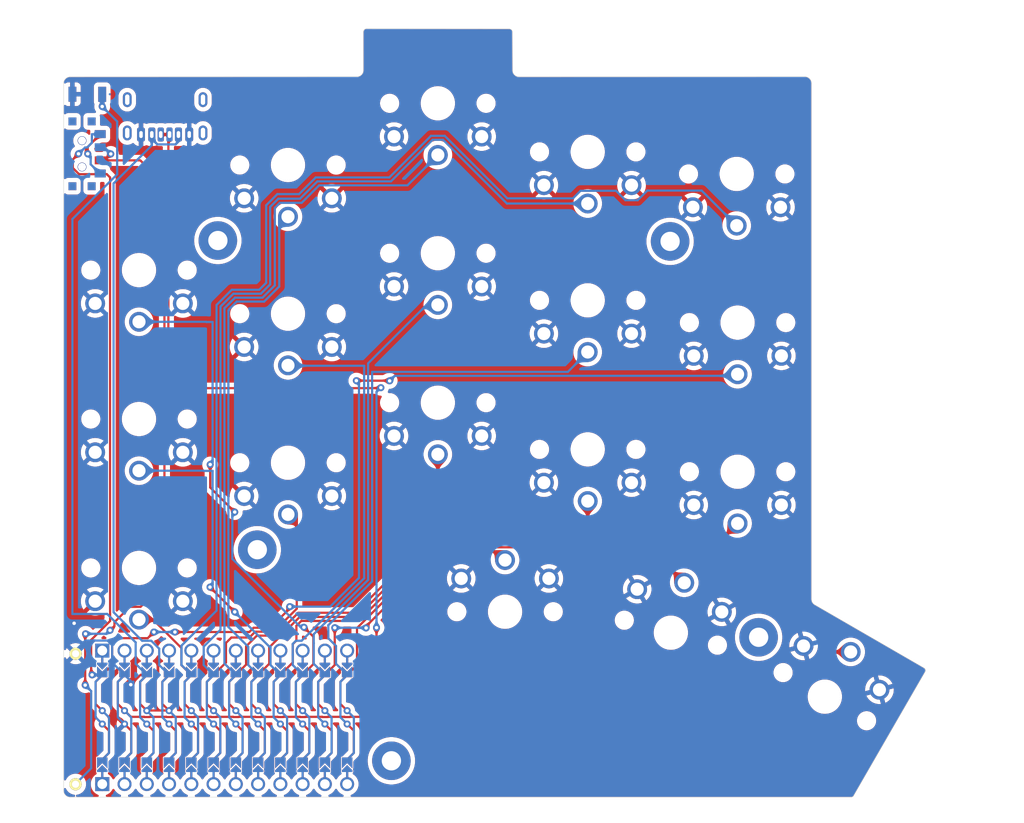
<source format=kicad_pcb>
(kicad_pcb (version 20241229) (generator "pcbnew") (generator_version "9.0")
  (title_block (title "K02") (date "2024-11-26") (rev "0.1") (comment 1 "Based on the Ferris Sweep 2 Half-Swept") (comment 2 "Redesigned by Lu Immich"))
  (layers (0 "F.Cu" signal) (2 "B.Cu" signal) (13 "F.Paste" user) (15 "B.Paste" user) (5 "F.SilkS" user "F.Silkscreen") (7 "B.SilkS" user "B.Silkscreen") (1 "F.Mask" user) (3 "B.Mask" user) (25 "Edge.Cuts" user))
  (net 0 "")
  (net 1 "gnd")
  (net 2 "vcc")
  (net 3 "Switch18")
  (net 4 "reset")
  (net 5 "Switch1")
  (net 6 "Switch2")
  (net 7 "Switch3")
  (net 8 "Switch4")
  (net 9 "Switch5")
  (net 10 "Switch6")
  (net 11 "Switch7")
  (net 12 "Switch8")
  (net 13 "Switch9")
  (net 14 "Switch10")
  (net 15 "Switch11")
  (net 16 "Switch12")
  (net 17 "Switch13")
  (net 18 "Switch14")
  (net 19 "Switch15")
  (net 20 "Switch16")
  (net 21 "Switch17")
  (net 22 "raw")
  (net 23 "BT+_r")
  (net 24 "Net-(SW_POWERR1-Pad1)")
  (footprint "Library:choc_v1_rev_inv_cfx" (layer "F.Cu") (at 31.1 46.08)
    (property "Reference" "SW1" (hide yes))
    (property "Value" "SW_Push" (hide yes))
  )
  (footprint "Library:choc_v1_rev_inv_cfx" (layer "F.Cu") (at 48.1 34.08)
    (property "Reference" "SW2" (hide yes))
    (property "Value" "SW_Push" (hide yes))
  )
  (footprint "Library:choc_v1_rev_inv_cfx" (layer "F.Cu") (at 65.2 27.034)
    (property "Reference" "SW3" (hide yes))
    (property "Value" "SW_Push" (hide yes))
  )
  (footprint "Library:choc_v1_rev_inv_cfx" (layer "F.Cu") (at 82.3 32.58)
    (property "Reference" "SW4" (hide yes))
    (property "Value" "SW_Push" (hide yes))
  )
  (footprint "Library:choc_v1_rev_inv_cfx" (layer "F.Cu") (at 99.3 35.1)
    (property "Reference" "SW5" (hide yes))
    (property "Value" "SW_Push" (hide yes))
  )
  (footprint "Library:choc_v1_rev_inv_cfx" (layer "F.Cu") (at 31.1 63.08)
    (property "Reference" "SW6" (hide yes))
    (property "Value" "SW_Push" (hide yes))
  )
  (footprint "Library:choc_v1_rev_inv_cfx" (layer "F.Cu") (at 48.1 51.054)
    (property "Reference" "SW7" (hide yes))
    (property "Value" "SW_Push" (hide yes))
  )
  (footprint "Library:choc_v1_rev_inv_cfx" (layer "F.Cu") (at 65.2 44.15)
    (property "Reference" "SW8" (hide yes))
    (property "Value" "SW_Push" (hide yes))
  )
  (footprint "Library:choc_v1_rev_inv_cfx" (layer "F.Cu") (at 82.3 49.53)
    (property "Reference" "SW9" (hide yes))
    (property "Value" "SW_Push" (hide yes))
  )
  (footprint "Library:choc_v1_rev_inv_cfx" (layer "F.Cu") (at 99.4 52.07)
    (property "Reference" "SW10" (hide yes))
    (property "Value" "SW_Push" (hide yes))
  )
  (footprint "Library:choc_v1_rev_inv_cfx" (layer "F.Cu") (at 31.1 80.08)
    (property "Reference" "SW11" (hide yes))
    (property "Value" "SW_Push" (hide yes))
  )
  (footprint "Library:choc_v1_rev_inv_cfx" (layer "F.Cu") (at 48.1 68.072)
    (property "Reference" "SW12" (hide yes))
    (property "Value" "SW_Push" (hide yes))
  )
  (footprint "Library:choc_v1_rev_inv_cfx" (layer "F.Cu") (at 65.2 61.214)
    (property "Reference" "SW13" (hide yes))
    (property "Value" "SW_Push" (hide yes))
  )
  (footprint "Library:choc_v1_rev_inv_cfx" (layer "F.Cu") (at 82.3 66.548)
    (property "Reference" "SW14" (hide yes))
    (property "Value" "SW_Push" (hide yes))
  )
  (footprint "Library:choc_v1_rev_inv_cfx" (layer "F.Cu") (at 99.4 69.1)
    (property "Reference" "SW15" (hide yes))
    (property "Value" "SW_Push" (hide yes))
  )
  (footprint "Library:choc_v1_rev_inv_cfx" (layer "F.Cu") (at 109.356 94.78 150)
    (property "Reference" "SW17" (hide yes))
    (property "Value" "SW_Push" (hide yes))
  )
  (footprint "Library:choc_v1_rev_inv_cfx" (layer "F.Cu") (at 91.787408 87.476495 165)
    (property "Reference" "SW16" (hide yes))
    (property "Value" "SW_Push" (hide yes))
  )
  (footprint "kbd:1pin_conn" (layer "F.Cu") (at 23.87 89.876 90)
    (property "Reference" "B-" (hide yes))
    (property "Value" "MountingHole_Pad" (hide yes))
  )
  (footprint "Kailh:SPDT_C128955" (layer "F.Cu") (at 24.6 32.800001 90)
    (property "Reference" "POWER SW" (hide yes))
    (property "Value" "SW_SPDT")
  )
  (footprint "Library:choc_v1_rev_inv_cfx" (layer "F.Cu") (at 72.868227 85.083859 180)
    (property "Reference" "SW18" (hide yes))
    (property "Value" "SW_Push" (hide yes))
  )
  (footprint "* duckyb-collection:Tactile-Switch_SMT" (layer "F.Cu") (at 25.2 26)
    (property "Reference" "RSW2" (hide yes))
    (property "Value" "SW_Push")
  )
  (footprint "" (layer "F.Cu") (at 91.7 42.8)
    (property "Reference" "")
    (property "Value" "")
  )
  (footprint "clipboard:4e9d550f-c2a6-4572-bdce-c4b7c3a3c082" (layer "F.Cu") (at 58.708 90.07 180)
    (property "Reference" "")
    (property "Value" "")
  )
  (footprint "* duckyb-collection:ProMicro_jumpers_facedown" (layer "F.Cu") (at 40.88 97.148)
    (property "Reference" "U1" (hide yes))
    (property "Value" "ProMicro-kbd" (hide yes))
  )
  (footprint "clipboard:4e9d550f-c2a6-4572-bdce-c4b7c3a3c082" (layer "F.Cu") (at 60.808 90.07 180)
    (property "Reference" "")
    (property "Value" "")
  )
  (footprint "" (layer "F.Cu") (at 59.9 102.1)
    (property "Reference" "")
    (property "Value" "")
  )
  (footprint "Connector_USB:USB_C_Receptacle_HRO_TYPE-C-31-M-17" (layer "F.Cu") (at 34.079998 27.419999 180)
    (property "Reference" "REF**" (hide yes))
    (property "Value" "USB_C_Receptacle_HRO_TYPE-C-31-M-17" (hide yes))
  )
  (footprint "" (layer "F.Cu") (at 44.6 78)
    (property "Reference" "")
    (property "Value" "")
  )
  (footprint "" (layer "F.Cu") (at 101.8 88)
    (property "Reference" "")
    (property "Value" "")
  )
  (footprint "kbd:1pin_conn" (layer "F.Cu") (at 23.86 104.776 90)
    (property "Reference" "B+" (hide yes))
    (property "Value" "MountingHole_Pad" (hide yes))
  )
  (footprint "" (layer "F.Cu") (at 40.1 42.7)
    (property "Reference" "")
    (property "Value" "")
  )
  (gr_line (start 55.957168 24.0003) (end 23.247512 24.014913) (stroke (width 0.05)) (layer "Edge.Cuts"))
  (gr_arc (start 112.640414 106.091976) (mid 112.53449 106.204571) (end 112.386581 106.24952) (stroke (width 0.05)) (layer "Edge.Cuts"))
  (gr_line (start 22.5 24.7649) (end 22.5 105.49952) (stroke (width 0.05)) (layer "Edge.Cuts"))
  (gr_line (start 57.062495 18.525413) (end 73.35 18.54) (stroke (width 0.05)) (layer "Edge.Cuts"))
  (gr_arc (start 73.35 18.54) (mid 73.602495 18.644587) (end 73.707082 18.897082) (stroke (width 0.05)) (layer "Edge.Cuts"))
  (gr_line (start 107.833732 24.7509) (end 107.833732 83.641679) (stroke (width 0.05)) (layer "Edge.Cuts"))
  (gr_line (start 112.386581 106.24952) (end 23.249997 106.24952) (stroke (width 0.05)) (layer "Edge.Cuts"))
  (gr_line (start 108.153724 84.257035) (end 120.657084 91.488522) (stroke (width 0.05)) (layer "Edge.Cuts"))
  (gr_arc (start 108.153723 84.257035) (mid 107.918731 83.988457) (end 107.834468 83.641679) (stroke (width 0.05)) (layer "Edge.Cuts"))
  (gr_arc (start 74.474002 24.011975) (mid 73.943672 23.792305) (end 73.724002 23.261975) (stroke (width 0.05)) (layer "Edge.Cuts"))
  (gr_arc (start 56.705413 18.882495) (mid 56.81 18.63) (end 57.062495 18.525413) (stroke (width 0.05)) (layer "Edge.Cuts"))
  (gr_arc (start 23.249997 106.24952) (mid 22.719667 106.02985) (end 22.499997 105.49952) (stroke (width 0.05)) (layer "Edge.Cuts"))
  (gr_arc (start 107.083732 24.000865) (mid 107.614062 24.220535) (end 107.833732 24.750865) (stroke (width 0.05)) (layer "Edge.Cuts"))
  (gr_line (start 56.707168 23.2503) (end 56.705413 18.882495) (stroke (width 0.05)) (layer "Edge.Cuts"))
  (gr_arc (start 56.707168 23.2503) (mid 56.487498 23.78063) (end 55.957168 24.0003) (stroke (width 0.05)) (layer "Edge.Cuts"))
  (gr_line (start 120.819034 91.906053) (end 112.640413 106.091976) (stroke (width 0.05)) (layer "Edge.Cuts"))
  (gr_line (start 107.0837 24.000865) (end 74.474002 24.011974) (stroke (width 0.05)) (layer "Edge.Cuts"))
  (gr_arc (start 22.497512 24.764863) (mid 22.717182 24.234533) (end 23.247512 24.014863) (stroke (width 0.05)) (layer "Edge.Cuts"))
  (gr_line (start 73.724002 23.261975) (end 73.707082 18.893515) (stroke (width 0.05)) (layer "Edge.Cuts"))
  (gr_arc (start 120.66 91.49) (mid 120.819196 91.667569) (end 120.819067 91.906053) (stroke (width 0.05)) (layer "Edge.Cuts"))
  (segment (start 34.53 96.356) (end 31.99 96.356) (width 0.25) (layer "F.Cu") (net 1))
  (segment (start 31.2788 92.292) (end 30.1612 93.4096) (width 0.25) (layer "F.Cu") (net 1))
  (segment (start 31.99 92.292) (end 31.2788 92.292) (width 0.25) (layer "F.Cu") (net 1))
  (via (at 30.1612 93.4096) (size 0.8) (drill 0.4) (layers "F.Cu" "B.Cu") (net 1))
  (via (at 23.7 86.4) (size 0.8) (drill 0.4) (layers "F.Cu" "B.Cu") (net 1))
  (segment (start 28.034511 90.876511) (end 28.034511 88.907711) (width 0.25) (layer "B.Cu") (net 1))
  (segment (start 30.1612 93.0032) (end 29.45 92.292) (width 0.25) (layer "B.Cu") (net 1))
  (segment (start 27.500289 88.373489) (end 24.986511 88.373489) (width 0.25) (layer "B.Cu") (net 1))
  (segment (start 28.034511 88.907711) (end 27.500289 88.373489) (width 0.25) (layer "B.Cu") (net 1))
  (segment (start 29.45 92.292) (end 28.034511 90.876511) (width 0.25) (layer "B.Cu") (net 1))
  (segment (start 30.1612 93.4096) (end 30.1612 93.0032) (width 0.25) (layer "B.Cu") (net 1))
  (segment (start 24.986511 88.373489) (end 23.862 89.498) (width 0.25) (layer "B.Cu") (net 1))
  (segment (start 32.559998 31.093369) (end 32.559998 30.6) (width 0.25) (layer "F.Cu") (net 2))
  (segment (start 35.6 30.6) (end 35.6 31.093369) (width 0.25) (layer "F.Cu") (net 2))
  (segment (start 35.274 31.726) (end 33.192629 31.726) (width 0.25) (layer "B.Cu") (net 2))
  (segment (start 32.559998 31.829813) (end 32.559998 30.6) (width 0.25) (layer "B.Cu") (net 2))
  (segment (start 33.405489 91.167489) (end 34.53 92.292) (width 0.25) (layer "B.Cu") (net 2))
  (segment (start 33.405489 89.3) (end 32.499489 88.394) (width 0.25) (layer "B.Cu") (net 2))
  (segment (start 33.192629 31.726) (end 32.559998 31.093369) (width 0.25) (layer "B.Cu") (net 2))
  (segment (start 35.6 30.6) (end 35.6 31.4) (width 0.25) (layer "B.Cu") (net 2))
  (segment (start 33.405489 89.3) (end 33.405489 91.167489) (width 0.25) (layer "B.Cu") (net 2))
  (segment (start 28.199 36.190811) (end 32.559998 31.829813) (width 0.25) (layer "B.Cu") (net 2))
  (segment (start 32.559998 31.093369) (end 32.559998 30.6) (width 0.25) (layer "B.Cu") (net 2))
  (segment (start 28.199 85.13951) (end 28.199 36.190811) (width 0.25) (layer "B.Cu") (net 2))
  (segment (start 32.499489 88.394) (end 31.45349 88.394) (width 0.25) (layer "B.Cu") (net 2))
  (segment (start 31.45349 88.394) (end 28.199 85.13951) (width 0.25) (layer "B.Cu") (net 2))
  (segment (start 35.6 31.4) (end 35.274 31.726) (width 0.25) (layer "B.Cu") (net 2))
  (segment (start 66.212141 78.177859) (end 60.3 84.09) (width 0.25) (layer "F.Cu") (net 3))
  (segment (start 55.174209 97.080511) (end 55.15072 97.104) (width 0.25) (layer "F.Cu") (net 3))
  (segment (start 36.76928 97.104) (end 36.745791 97.080511) (width 0.25) (layer "F.Cu") (net 3))
  (segment (start 42.45072 97.104) (end 41.84928 97.104) (width 0.25) (layer "F.Cu") (net 3))
  (segment (start 52.634209 97.080511) (end 52.61072 97.104) (width 0.25) (layer "F.Cu") (net 3))
  (segment (start 34.452 30.727999) (end 34.58 30.599999) (width 0.25) (layer "F.Cu") (net 3))
  (segment (start 52.00928 97.104) (end 51.985791 97.080511) (width 0.25) (layer "F.Cu") (net 3))
  (segment (start 46.905791 97.080511) (end 45.014209 97.080511) (width 0.25) (layer "F.Cu") (net 3))
  (segment (start 58.644 59.556) (end 34.456 59.556) (width 0.25) (layer "F.Cu") (net 3))
  (segment (start 44.38928 97.104) (end 44.365791 97.080511) (width 0.25) (layer "F.Cu") (net 3))
  (segment (start 31.68928 97.104) (end 31.665791 97.080511) (width 0.25) (layer "F.Cu") (net 3))
  (segment (start 37.37072 97.104) (end 36.76928 97.104) (width 0.25) (layer "F.Cu") (net 3))
  (segment (start 34.854209 97.080511) (end 34.83072 97.104) (width 0.25) (layer "F.Cu") (net 3))
  (segment (start 34.205791 97.080511) (end 32.314209 97.080511) (width 0.25) (layer "F.Cu") (net 3))
  (segment (start 49.445791 97.080511) (end 47.554209 97.080511) (width 0.25) (layer "F.Cu") (net 3))
  (segment (start 55.15072 97.104) (end 54.54928 97.104) (width 0.25) (layer "F.Cu") (net 3))
  (segment (start 58.7 59.5) (end 58.644 59.556) (width 0.25) (layer "F.Cu") (net 3))
  (segment (start 45.014209 97.080511) (end 44.99072 97.104) (width 0.25) (layer "F.Cu") (net 3))
  (segment (start 41.825791 97.080511) (end 39.934209 97.080511) (width 0.25) (layer "F.Cu") (net 3))
  (segment (start 37.394209 97.080511) (end 37.37072 97.104) (width 0.25) (layer "F.Cu") (net 3))
  (segment (start 59.2 90.816) (end 59.2 96.374) (width 0.25) (layer "F.Cu") (net 3))
  (segment (start 34.83072 97.104) (end 34.22928 97.104) (width 0.25) (layer "F.Cu") (net 3))
  (segment (start 30.174511 97.080511) (end 29.45 96.356) (width 0.25) (layer "F.Cu") (net 3))
  (segment (start 34.456 59.556) (end 34.452 59.552) (width 0.25) (layer "F.Cu") (net 3))
  (segment (start 60.3 84.09) (end 60.3 88.8) (width 0.25) (layer "F.Cu") (net 3))
  (segment (start 58.2 89.816) (end 59.2 90.816) (width 0.25) (layer "F.Cu") (net 3))
  (segment (start 36.745791 97.080511) (end 34.854209 97.080511) (width 0.25) (layer "F.Cu") (net 3))
  (segment (start 56.958 97.074) (end 56.951489 97.080511) (width 0.25) (layer "F.Cu") (net 3))
  (segment (start 31.665791 97.080511) (end 30.174511 97.080511) (width 0.25) (layer "F.Cu") (net 3))
  (segment (start 34.22928 97.104) (end 34.205791 97.080511) (width 0.25) (layer "F.Cu") (net 3))
  (segment (start 71.862227 78.177859) (end 66.212141 78.177859) (width 0.25) (layer "F.Cu") (net 3))
  (segment (start 60.3 89.816) (end 59.3 90.816) (width 0.25) (layer "F.Cu") (net 3))
  (segment (start 54.525791 97.080511) (end 52.634209 97.080511) (width 0.25) (layer "F.Cu") (net 3))
  (segment (start 58.2 86.9) (end 58.2 88.8) (width 0.25) (layer "F.Cu") (net 3))
  (segment (start 52.61072 97.104) (end 52.00928 97.104) (width 0.25) (layer "F.Cu") (net 3))
  (segment (start 49.46928 97.104) (end 49.445791 97.080511) (width 0.25) (layer "F.Cu") (net 3))
  (segment (start 58.5 97.074) (end 56.958 97.074) (width 0.25) (layer "F.Cu") (net 3))
  (segment (start 44.99072 97.104) (end 44.38928 97.104) (width 0.25) (layer "F.Cu") (net 3))
  (segment (start 59.3 90.816) (end 59.2 90.816) (width 0.25) (layer "F.Cu") (net 3))
  (segment (start 34.58 30.599999) (end 33.579999 30.6) (width 0.25) (layer "F.Cu") (net 3))
  (segment (start 46.92928 97.104) (end 46.905791 97.080511) (width 0.25) (layer "F.Cu") (net 3))
  (segment (start 47.554209 97.080511) (end 47.53072 97.104) (width 0.25) (layer "F.Cu") (net 3))
  (segment (start 41.84928 97.104) (end 41.825791 97.080511) (width 0.25) (layer "F.Cu") (net 3))
  (segment (start 42.474209 97.080511) (end 42.45072 97.104) (width 0.25) (layer "F.Cu") (net 3))
  (segment (start 56.951489 97.080511) (end 55.174209 97.080511) (width 0.25) (layer "F.Cu") (net 3))
  (segment (start 39.30928 97.104) (end 39.285791 97.080511) (width 0.25) (layer "F.Cu") (net 3))
  (segment (start 50.094209 97.080511) (end 50.07072 97.104) (width 0.25) (layer "F.Cu") (net 3))
  (segment (start 39.91072 97.104) (end 39.30928 97.104) (width 0.25) (layer "F.Cu") (net 3))
  (segment (start 32.314209 97.080511) (end 32.29072 97.104) (width 0.25) (layer "F.Cu") (net 3))
  (segment (start 39.285791 97.080511) (end 37.394209 97.080511) (width 0.25) (layer "F.Cu") (net 3))
  (segment (start 54.54928 97.104) (end 54.525791 97.080511) (width 0.25) (layer "F.Cu") (net 3))
  (segment (start 47.53072 97.104) (end 46.92928 97.104) (width 0.25) (layer "F.Cu") (net 3))
  (segment (start 32.29072 97.104) (end 31.68928 97.104) (width 0.25) (layer "F.Cu") (net 3))
  (segment (start 50.07072 97.104) (end 49.46928 97.104) (width 0.25) (layer "F.Cu") (net 3))
  (segment (start 39.934209 97.080511) (end 39.91072 97.104) (width 0.25) (layer "F.Cu") (net 3))
  (segment (start 44.365791 97.080511) (end 42.474209 97.080511) (width 0.25) (layer "F.Cu") (net 3))
  (segment (start 51.985791 97.080511) (end 50.094209 97.080511) (width 0.25) (layer "F.Cu") (net 3))
  (segment (start 59.2 96.374) (end 58.5 97.074) (width 0.25) (layer "F.Cu") (net 3))
  (segment (start 72.868227 79.183859) (end 71.862227 78.177859) (width 0.25) (layer "F.Cu") (net 3))
  (segment (start 34.452 59.552) (end 34.452 30.727999) (width 0.25) (layer "F.Cu") (net 3))
  (via (at 58.2 86.9) (size 0.8) (drill 0.4) (layers "F.Cu" "B.Cu") (net 3))
  (via (at 58.7 59.5) (size 0.8) (drill 0.4) (layers "F.Cu" "B.Cu") (net 3))
  (segment (start 58.2 60) (end 58.7 59.5) (width 0.25) (layer "B.Cu") (net 3))
  (segment (start 58.2 86.9) (end 58.2 60) (width 0.25) (layer "B.Cu") (net 3))
  (segment (start 26.9 27.4) (end 26.9 25.999999) (width 0.25) (layer "F.Cu") (net 4))
  (via (at 26.9 27.4) (size 0.8) (drill 0.4) (layers "F.Cu" "B.Cu") (net 4))
  (segment (start 23.5 85.337) (end 27.4734 85.337) (width 0.25) (layer "B.Cu") (net 4))
  (segment (start 27.4734 85.337) (end 30.72 88.5836) (width 0.25) (layer "B.Cu") (net 4))
  (segment (start 28.607857 35.144144) (end 23.5 40.252001) (width 0.25) (layer "B.Cu") (net 4))
  (segment (start 23.5 40.252001) (end 23.5 85.337) (width 0.25) (layer "B.Cu") (net 4))
  (segment (start 30.72 88.5836) (end 30.72 91.022) (width 0.25) (layer "B.Cu") (net 4))
  (segment (start 28.607857 29.107857) (end 28.607857 35.144144) (width 0.25) (layer "B.Cu") (net 4))
  (segment (start 26.9 27.4) (end 26.9 26) (width 0.25) (layer "B.Cu") (net 4))
  (segment (start 26.9 27.4) (end 28.607857 29.107857) (width 0.25) (layer "B.Cu") (net 4))
  (segment (start 27.771753 26) (end 27.771752 25.999999) (width 0.25) (layer "B.Cu") (net 4))
  (segment (start 30.72 91.022) (end 31.99 92.292) (width 0.25) (layer "B.Cu") (net 4))
  (segment (start 50.9892 91.0728) (end 49.77 92.292) (width 0.25) (layer "F.Cu") (net 5))
  (segment (start 39.222 70.897) (end 39.222 68.275) (width 0.25) (layer "F.Cu") (net 5))
  (segment (start 42.025 73.7) (end 39.222 70.897) (width 0.25) (layer "F.Cu") (net 5))
  (segment (start 50.9892 87.9232) (end 50.9892 91.0728) (width 0.25) (layer "F.Cu") (net 5))
  (segment (start 49.9224 86.8564) (end 50.9892 87.9232) (width 0.25) (layer "F.Cu") (net 5))
  (via (at 39.222 68.275) (size 0.8) (drill 0.4) (layers "F.Cu" "B.Cu") (net 5))
  (via (at 49.9224 86.8564) (size 0.8) (drill 0.4) (layers "F.Cu" "B.Cu") (net 5))
  (via (at 42.025 73.7) (size 0.8) (drill 0.4) (layers "F.Cu" "B.Cu") (net 5))
  (segment (start 38.8 52) (end 38.78 51.98) (width 0.25) (layer "B.Cu") (net 5))
  (segment (start 38.78 51.98) (end 31.1 51.98) (width 0.25) (layer "B.Cu") (net 5))
  (segment (start 39.496 52) (end 38.8 52) (width 0.25) (layer "B.Cu") (net 5))
  (segment (start 39.222 68.275) (end 39.496 68.001) (width 0.25) (layer "B.Cu") (net 5))
  (segment (start 39.496 68.001) (end 39.496 52) (width 0.25) (layer "B.Cu") (net 5))
  (segment (start 41.751 79.051) (end 49.5564 86.8564) (width 0.25) (layer "B.Cu") (net 5))
  (segment (start 42.025 73.7) (end 41.751 73.974) (width 0.25) (layer "B.Cu") (net 5))
  (segment (start 41.751 73.974) (end 41.751 79.051) (width 0.25) (layer "B.Cu") (net 5))
  (segment (start 49.5564 86.8564) (end 49.9224 86.8564) (width 0.25) (layer "B.Cu") (net 5))
  (segment (start 41.3 50.7) (end 41.3 86.8192) (width 0.25) (layer "B.Cu") (net 6))
  (segment (start 41.3731 50.6269) (end 41.3 50.7) (width 0.25) (layer "B.Cu") (net 6))
  (segment (start 41.3 86.8192) (end 43.564 89.0832) (width 0.25) (layer "B.Cu") (net 6))
  (segment (start 48.1 39.98) (end 47.1 40.98) (width 0.25) (layer "B.Cu") (net 6))
  (segment (start 41.3731 50.545801) (end 41.3731 50.6269) (width 0.25) (layer "B.Cu") (net 6))
  (segment (start 42.243217 49.675683) (end 41.3731 50.545801) (width 0.25) (layer "B.Cu") (net 6))
  (segment (start 47.1 47.951366) (end 45.375683 49.675683) (width 0.25) (layer "B.Cu") (net 6))
  (segment (start 45.375683 49.675683) (end 42.243217 49.675683) (width 0.25) (layer "B.Cu") (net 6))
  (segment (start 43.565489 89.987894) (end 43.565489 91.167489) (width 0.25) (layer "B.Cu") (net 6))
  (segment (start 43.564 89.0832) (end 43.564 89.986405) (width 0.25) (layer "B.Cu") (net 6))
  (segment (start 47.1 40.98) (end 47.1 47.951366) (width 0.25) (layer "B.Cu") (net 6))
  (segment (start 43.564 89.986405) (end 43.565489 89.987894) (width 0.25) (layer "B.Cu") (net 6))
  (segment (start 43.565489 91.167489) (end 44.69 92.292) (width 0.25) (layer "B.Cu") (net 6))
  (segment (start 47.16219 38.4) (end 49.659745 38.4) (width 0.25) (layer "B.Cu") (net 7))
  (segment (start 40.849 90.991) (end 40.849 50.43209) (width 0.25) (layer "B.Cu") (net 7))
  (segment (start 42.15 92.292) (end 40.849 90.991) (width 0.25) (layer "B.Cu") (net 7))
  (segment (start 46.6 38.96219) (end 47.16219 38.4) (width 0.25) (layer "B.Cu") (net 7))
  (segment (start 51.659745 36.4) (end 61.734 36.4) (width 0.25) (layer "B.Cu") (net 7))
  (segment (start 49.659745 38.4) (end 51.659745 36.4) (width 0.25) (layer "B.Cu") (net 7))
  (segment (start 61.734 36.4) (end 65.2 32.934) (width 0.25) (layer "B.Cu") (net 7))
  (segment (start 45.188873 49.224683) (end 46.6 47.813556) (width 0.25) (layer "B.Cu") (net 7))
  (segment (start 46.6 47.813556) (end 46.6 38.96219) (width 0.25) (layer "B.Cu") (net 7))
  (segment (start 42.056407 49.224683) (end 45.188873 49.224683) (width 0.25) (layer "B.Cu") (net 7))
  (segment (start 40.849 50.43209) (end 42.056407 49.224683) (width 0.25) (layer "B.Cu") (net 7))
  (segment (start 65.8 31.2) (end 73.08 38.48) (width 0.25) (layer "B.Cu") (net 8))
  (segment (start 38.484 89.986405) (end 38.484 89.053595) (width 0.25) (layer "B.Cu") (net 8))
  (segment (start 40.398 87.139595) (end 40.398 50.24528) (width 0.25) (layer "B.Cu") (net 8))
  (segment (start 39.61 92.292) (end 38.485489 91.167489) (width 0.25) (layer "B.Cu") (net 8))
  (segment (start 38.485489 89.987894) (end 38.484 89.986405) (width 0.25) (layer "B.Cu") (net 8))
  (segment (start 46.997315 37.927065) (end 49.472935 37.927065) (width 0.25) (layer "B.Cu") (net 8))
  (segment (start 73.08 38.48) (end 82.3 38.48) (width 0.25) (layer "B.Cu") (net 8))
  (segment (start 45.002063 48.773683) (end 46.06219 47.713556) (width 0.25) (layer "B.Cu") (net 8))
  (segment (start 51.451 35.949) (end 59.851 35.949) (width 0.25) (layer "B.Cu") (net 8))
  (segment (start 46.06219 47.713556) (end 46.06219 38.86219) (width 0.25) (layer "B.Cu") (net 8))
  (segment (start 59.851 35.949) (end 64.6 31.2) (width 0.25) (layer "B.Cu") (net 8))
  (segment (start 49.472935 37.927065) (end 51.451 35.949) (width 0.25) (layer "B.Cu") (net 8))
  (segment (start 40.398 50.24528) (end 41.869597 48.773683) (width 0.25) (layer "B.Cu") (net 8))
  (segment (start 46.06219 38.86219) (end 46.997315 37.927065) (width 0.25) (layer "B.Cu") (net 8))
  (segment (start 64.6 31.2) (end 65.8 31.2) (width 0.25) (layer "B.Cu") (net 8))
  (segment (start 38.485489 91.167489) (end 38.485489 89.987894) (width 0.25) (layer "B.Cu") (net 8))
  (segment (start 41.869597 48.773683) (end 45.002063 48.773683) (width 0.25) (layer "B.Cu") (net 8))
  (segment (start 38.484 89.053595) (end 40.398 87.139595) (width 0.25) (layer "B.Cu") (net 8))
  (segment (start 45.61119 38.67538) (end 45.61119 47.526746) (width 0.25) (layer "B.Cu") (net 9))
  (segment (start 39.947 84.953) (end 35.945489 88.954511) (width 0.25) (layer "B.Cu") (net 9))
  (segment (start 65.98681 30.749) (end 64.41319 30.749) (width 0.25) (layer "B.Cu") (net 9))
  (segment (start 95.3 37) (end 89.1 37) (width 0.25) (layer "B.Cu") (net 9))
  (segment (start 35.945489 89.032211) (end 35.945489 91.167489) (width 0.25) (layer "B.Cu") (net 9))
  (segment (start 35.945489 91.167489) (end 37.07 92.292) (width 0.25) (layer "B.Cu") (net 9))
  (segment (start 88 38.1) (end 86.6 38.1) (width 0.25) (layer "B.Cu") (net 9))
  (segment (start 44.815253 48.322683) (end 41.682787 48.322683) (width 0.25) (layer "B.Cu") (net 9))
  (segment (start 80.618905 37.881095) (end 73.118905 37.881095) (width 0.25) (layer "B.Cu") (net 9))
  (segment (start 99.3 41) (end 95.3 37) (width 0.25) (layer "B.Cu") (net 9))
  (segment (start 41.682787 48.322683) (end 39.947 50.05847) (width 0.25) (layer "B.Cu") (net 9))
  (segment (start 89.1 37) (end 88 38.1) (width 0.25) (layer "B.Cu") (net 9))
  (segment (start 64.41319 30.749) (end 59.66419 35.498) (width 0.25) (layer "B.Cu") (net 9))
  (segment (start 39.947 50.05847) (end 39.947 84.953) (width 0.25) (layer "B.Cu") (net 9))
  (segment (start 85.523 37.023) (end 81.477 37.023) (width 0.25) (layer "B.Cu") (net 9))
  (segment (start 73.118905 37.881095) (end 65.98681 30.749) (width 0.25) (layer "B.Cu") (net 9))
  (segment (start 45.61119 47.526746) (end 44.815253 48.322683) (width 0.25) (layer "B.Cu") (net 9))
  (segment (start 35.9524 89.0253) (end 35.945489 89.032211) (width 0.25) (layer "B.Cu") (net 9))
  (segment (start 49.36219 37.4) (end 46.88657 37.4) (width 0.25) (layer "B.Cu") (net 9))
  (segment (start 35.945489 88.954511) (end 35.945489 91.167489) (width 0.25) (layer "B.Cu") (net 9))
  (segment (start 46.88657 37.4) (end 45.61119 38.67538) (width 0.25) (layer "B.Cu") (net 9))
  (segment (start 51.26419 35.498) (end 49.36219 37.4) (width 0.25) (layer "B.Cu") (net 9))
  (segment (start 86.6 38.1) (end 85.523 37.023) (width 0.25) (layer "B.Cu") (net 9))
  (segment (start 81.477 37.023) (end 80.618905 37.881095) (width 0.25) (layer "B.Cu") (net 9))
  (segment (start 59.66419 35.498) (end 51.26419 35.498) (width 0.25) (layer "B.Cu") (net 9))
  (segment (start 42.025 85.1) (end 39.2 82.275) (width 0.25) (layer "F.Cu") (net 10))
  (via (at 39.2 82.275) (size 0.8) (drill 0.4) (layers "F.Cu" "B.Cu") (net 10))
  (via (at 42.025 85.1) (size 0.8) (drill 0.4) (layers "F.Cu" "B.Cu") (net 10))
  (segment (start 46.105489 89.032211) (end 46.105489 89.2) (width 0.25) (layer "B.Cu") (net 10))
  (segment (start 43.852745 86.947255) (end 46.105489 89.2) (width 0.25) (layer "B.Cu") (net 10))
  (segment (start 42.00549 85.1) (end 42 85.1) (width 0.25) (layer "B.Cu") (net 10))
  (segment (start 38.48 68.98) (end 31.1 68.98) (width 0.25) (layer "B.Cu") (net 10))
  (segment (start 38.5 69) (end 38.48 68.98) (width 0.25) (layer "B.Cu") (net 10))
  (segment (start 46.105489 89.2) (end 46.105489 91.167489) (width 0.25) (layer "B.Cu") (net 10))
  (segment (start 43.852745 86.947255) (end 42.00549 85.1) (width 0.25) (layer "B.Cu") (net 10))
  (segment (start 39.2 82.275) (end 39.496 81.979) (width 0.25) (layer "B.Cu") (net 10))
  (segment (start 39.496 81.979) (end 39.496 69) (width 0.25) (layer "B.Cu") (net 10))
  (segment (start 46.105489 91.167489) (end 47.23 92.292) (width 0.25) (layer "B.Cu") (net 10))
  (segment (start 39.496 69) (end 38.5 69) (width 0.25) (layer "B.Cu") (net 10))
  (segment (start 56.791735 81.255925) (end 56.791735 57) (width 0.25) (layer "B.Cu") (net 11))
  (segment (start 48.645489 89.987894) (end 48.644 89.986405) (width 0.25) (layer "B.Cu") (net 11))
  (segment (start 49.006 88.394) (end 49.65366 88.394) (width 0.25) (layer "B.Cu") (net 11))
  (segment (start 49.65366 88.394) (end 56.791735 81.255925) (width 0.25) (layer "B.Cu") (net 11))
  (segment (start 48.644 88.756) (end 49.006 88.394) (width 0.25) (layer "B.Cu") (net 11))
  (segment (start 48.644 89.986405) (end 48.644 88.756) (width 0.25) (layer "B.Cu") (net 11))
  (segment (start 56.791735 57) (end 48.146 57) (width 0.25) (layer "B.Cu") (net 11))
  (segment (start 48.146 57) (end 48.1 56.954) (width 0.25) (layer "B.Cu") (net 11))
  (segment (start 49.77 92.292) (end 48.645489 91.167489) (width 0.25) (layer "B.Cu") (net 11))
  (segment (start 48.645489 91.167489) (end 48.645489 89.987894) (width 0.25) (layer "B.Cu") (net 11))
  (segment (start 51.04 87.64547) (end 57.242735 81.442735) (width 0.25) (layer "B.Cu") (net 12))
  (segment (start 57.242735 81.442735) (end 57.242735 56.721753) (width 0.25) (layer "B.Cu") (net 12))
  (segment (start 51.04 91.022) (end 52.31 92.292) (width 0.25) (layer "B.Cu") (net 12))
  (segment (start 63.914488 50.05) (end 65.2 50.05) (width 0.25) (layer "B.Cu") (net 12))
  (segment (start 57.242735 56.721753) (end 63.914488 50.05) (width 0.25) (layer "B.Cu") (net 12))
  (segment (start 51.04 88.6852) (end 51.04 91.022) (width 0.25) (layer "B.Cu") (net 12))
  (segment (start 51.04 88.6852) (end 51.04 87.64547) (width 0.25) (layer "B.Cu") (net 12))
  (segment (start 52.7 88.11) (end 52.7 86.62328) (width 0.25) (layer "B.Cu") (net 13))
  (segment (start 54.85 92.292) (end 53.58 91.022) (width 0.25) (layer "B.Cu") (net 13))
  (segment (start 52.7 86.62328) (end 57.7 81.62328) (width 0.25) (layer "B.Cu") (net 13))
  (segment (start 53.58 88.99) (end 52.7 88.11) (width 0.25) (layer "B.Cu") (net 13))
  (segment (start 57.7 57.7) (end 80.03 57.7) (width 0.25) (layer "B.Cu") (net 13))
  (segment (start 57.7 81.62328) (end 57.7 57.7) (width 0.25) (layer "B.Cu") (net 13))
  (segment (start 80.03 57.7) (end 82.3 55.43) (width 0.25) (layer "B.Cu") (net 13))
  (segment (start 53.58 91.022) (end 53.58 88.99) (width 0.25) (layer "B.Cu") (net 13))
  (segment (start 28.034511 91.167489) (end 26.91 92.292) (width 0.25) (layer "F.Cu") (net 14))
  (segment (start 28.7 88.1) (end 32.1 88.1) (width 0.25) (layer "F.Cu") (net 14))
  (segment (start 55.9 58.7) (end 59.7 58.7) (width 0.25) (layer "F.Cu") (net 14))
  (segment (start 28.034511 88.765489) (end 28.034511 91.167489) (width 0.25) (layer "F.Cu") (net 14))
  (segment (start 32.1 88.1) (end 32.8 87.4) (width 0.25) (layer "F.Cu") (net 14))
  (segment (start 28.7 88.1) (end 28.034511 88.765489) (width 0.25) (layer "F.Cu") (net 14))
  (segment (start 48.3 84.7) (end 46.09112 86.90888) (width 0.25) (layer "F.Cu") (net 14))
  (segment (start 46.09112 86.90888) (end 44.1747 86.90888) (width 0.25) (layer "F.Cu") (net 14))
  (segment (start 43.68358 87.4) (end 35.2 87.4) (width 0.25) (layer "F.Cu") (net 14))
  (segment (start 44.1747 86.90888) (end 43.68358 87.4) (width 0.25) (layer "F.Cu") (net 14))
  (segment (start 48.3 84.5) (end 48.3 84.7) (width 0.25) (layer "F.Cu") (net 14))
  (via (at 35.2 87.4) (size 0.8) (drill 0.4) (layers "F.Cu" "B.Cu") (net 14))
  (via (at 59.7 58.725) (size 0.8) (drill 0.4) (layers "F.Cu" "B.Cu") (net 14))
  (via (at 32.8 87.4) (size 0.8) (drill 0.4) (layers "F.Cu" "B.Cu") (net 14))
  (via (at 48.3 84.5) (size 0.8) (drill 0.4) (layers "F.Cu" "B.Cu") (net 14))
  (via (at 55.9 58.7) (size 0.8) (drill 0.4) (layers "F.Cu" "B.Cu") (net 14))
  (segment (start 56.2 81.20985) (end 56.2 59) (width 0.25) (layer "B.Cu") (net 14))
  (segment (start 60.274 58.151) (end 99.219 58.151) (width 0.25) (layer "B.Cu") (net 14))
  (segment (start 48.3 84.5) (end 52.90985 84.5) (width 0.25) (layer "B.Cu") (net 14))
  (segment (start 35.2 87.4) (end 32.8 87.4) (width 0.25) (layer "B.Cu") (net 14))
  (segment (start 56.2 59) (end 55.9 58.7) (width 0.25) (layer "B.Cu") (net 14))
  (segment (start 99.219 58.151) (end 99.4 57.97) (width 0.25) (layer "B.Cu") (net 14))
  (segment (start 52.90985 84.5) (end 56.2 81.20985) (width 0.25) (layer "B.Cu") (net 14))
  (segment (start 59.7 58.725) (end 60.274 58.151) (width 0.25) (layer "B.Cu") (net 14))
  (segment (start 35.944 89.224525) (end 35.944 91.188) (width 0.25) (layer "F.Cu") (net 15))
  (segment (start 32.699475 85.98) (end 35.944 89.224525) (width 0.25) (layer "F.Cu") (net 15))
  (segment (start 35.944 91.188) (end 37.07 92.314) (width 0.25) (layer "F.Cu") (net 15))
  (segment (start 31.1 85.98) (end 32.699475 85.98) (width 0.25) (layer "F.Cu") (net 15))
  (segment (start 41.025489 90.876511) (end 41.025489 88.641311) (width 0.25) (layer "F.Cu") (net 16))
  (segment (start 41.642 88.0248) (end 43.69659 88.0248) (width 0.25) (layer "F.Cu") (net 16))
  (segment (start 41.025489 88.641311) (end 41.642 88.0248) (width 0.25) (layer "F.Cu") (net 16))
  (segment (start 44.36151 87.35988) (end 46.47877 87.35988) (width 0.25) (layer "F.Cu") (net 16))
  (segment (start 39.61 92.292) (end 41.025489 90.876511) (width 0.25) (layer "F.Cu") (net 16))
  (segment (start 49.1 74.972) (end 48.1 73.972) (width 0.25) (layer "F.Cu") (net 16))
  (segment (start 43.69659 88.0248) (end 44.36151 87.35988) (width 0.25) (layer "F.Cu") (net 16))
  (segment (start 49.1 84.73865) (end 49.1 74.972) (width 0.25) (layer "F.Cu") (net 16))
  (segment (start 46.47877 87.35988) (end 49.1 84.73865) (width 0.25) (layer "F.Cu") (net 16))
  (segment (start 44.54832 87.81088) (end 46.66558 87.81088) (width 0.25) (layer "F.Cu") (net 17))
  (segment (start 49.27646 85.2) (end 55.806186 85.2) (width 0.25) (layer "F.Cu") (net 17))
  (segment (start 46.66558 87.81088) (end 49.27646 85.2) (width 0.25) (layer "F.Cu") (net 17))
  (segment (start 43.3184 89.0408) (end 43.3184 91.1236) (width 0.25) (layer "F.Cu") (net 17))
  (segment (start 43.3184 91.1236) (end 42.15 92.292) (width 0.25) (layer "F.Cu") (net 17))
  (segment (start 55.806186 85.2) (end 65.2 75.806186) (width 0.25) (layer "F.Cu") (net 17))
  (segment (start 43.3184 89.0408) (end 44.54832 87.81088) (width 0.25) (layer "F.Cu") (net 17))
  (segment (start 65.2 75.806186) (end 65.2 67.114) (width 0.25) (layer "F.Cu") (net 17))
  (segment (start 44.69 92.292) (end 45.96 91.022) (width 0.25) (layer "F.Cu") (net 18))
  (segment (start 55.964596 85.6794) (end 65.270137 76.373859) (width 0.25) (layer "F.Cu") (net 18))
  (segment (start 49.43487 85.6794) (end 55.964596 85.6794) (width 0.25) (layer "F.Cu") (net 18))
  (segment (start 81.026141 76.373859) (end 82.3 75.1) (width 0.25) (layer "F.Cu") (net 18))
  (segment (start 82.3 75.1) (end 82.3 72.448) (width 0.25) (layer "F.Cu") (net 18))
  (segment (start 45.96 89.15427) (end 49.43487 85.6794) (width 0.25) (layer "F.Cu") (net 18))
  (segment (start 65.270137 76.373859) (end 81.026141 76.373859) (width 0.25) (layer "F.Cu") (net 18))
  (segment (start 45.96 91.022) (end 45.96 89.15427) (width 0.25) (layer "F.Cu") (net 18))
  (segment (start 56.151406 86.1304) (end 65.456947 76.824859) (width 0.25) (layer "F.Cu") (net 19))
  (segment (start 49.0588 88.37265) (end 48.645489 88.785961) (width 0.25) (layer "F.Cu") (net 19))
  (segment (start 65.456947 76.824859) (end 97.575141 76.824859) (width 0.25) (layer "F.Cu") (net 19))
  (segment (start 49.62168 86.1304) (end 56.151406 86.1304) (width 0.25) (layer "F.Cu") (net 19))
  (segment (start 97.575141 76.824859) (end 99.4 75) (width 0.25) (layer "F.Cu") (net 19))
  (segment (start 49.0588 88.37265) (end 49.0588 86.69328) (width 0.25) (layer "F.Cu") (net 19))
  (segment (start 49.0588 86.69328) (end 49.62168 86.1304) (width 0.25) (layer "F.Cu") (net 19))
  (segment (start 48.645489 88.785961) (end 48.645489 90.876511) (width 0.25) (layer "F.Cu") (net 19))
  (segment (start 48.645489 90.876511) (end 47.23 92.292) (width 0.25) (layer "F.Cu") (net 19))
  (segment (start 53.434511 91.167489) (end 52.31 92.292) (width 0.25) (layer "F.Cu") (net 20))
  (segment (start 89.263766 77.726859) (end 93.31444 81.777533) (width 0.25) (layer "F.Cu") (net 20))
  (segment (start 57.012532 86.933804) (end 57.012532 86.739658) (width 0.25) (layer "F.Cu") (net 20))
  (segment (start 53.434511 91.167489) (end 53.434511 86.915489) (width 0.25) (layer "F.Cu") (net 20))
  (segment (start 57.012532 86.739658) (end 66.025331 77.726859) (width 0.25) (layer "F.Cu") (net 20))
  (segment (start 53.434511 86.915489) (end 53.44 86.91) (width 0.25) (layer "F.Cu") (net 20))
  (segment (start 66.025331 77.726859) (end 89.263766 77.726859) (width 0.25) (layer "F.Cu") (net 20))
  (via (at 57.012532 86.933804) (size 0.8) (drill 0.4) (layers "F.Cu" "B.Cu") (net 20))
  (via (at 53.44 86.91) (size 0.8) (drill 0.4) (layers "F.Cu" "B.Cu") (net 20))
  (segment (start 57.012532 86.933804) (end 56.988728 86.91) (width 0.25) (layer "B.Cu") (net 20))
  (segment (start 56.988728 86.91) (end 53.44 86.91) (width 0.25) (layer "B.Cu") (net 20))
  (segment (start 55.974511 91.167489) (end 55.974511 86.945105) (width 0.25) (layer "F.Cu") (net 21))
  (segment (start 55.974511 86.945105) (end 65.643757 77.275859) (width 0.25) (layer "F.Cu") (net 21))
  (segment (start 54.85 92.292) (end 55.974511 91.167489) (width 0.25) (layer "F.Cu") (net 21))
  (segment (start 97.775859 77.275859) (end 110.17045 89.67045) (width 0.25) (layer "F.Cu") (net 21))
  (segment (start 110.17045 89.67045) (end 112.306 89.67045) (width 0.25) (layer "F.Cu") (net 21))
  (segment (start 65.643757 77.275859) (end 97.775859 77.275859) (width 0.25) (layer "F.Cu") (net 21))
  (segment (start 24.2 32.8) (end 23.550001 33.45) (width 0.25) (layer "F.Cu") (net 22))
  (segment (start 25.64 88.3) (end 25.64 92.1904) (width 0.25) (layer "F.Cu") (net 22))
  (segment (start 23.55 34.418142) (end 24.257859 35.126001) (width 0.25) (layer "F.Cu") (net 22))
  (segment (start 27.8 86.14) (end 25.64 88.3) (width 0.25) (layer "F.Cu") (net 22))
  (segment (start 27.8 35.5) (end 27.8 86.14) (width 0.25) (layer "F.Cu") (net 22))
  (segment (start 27.426001 35.126001) (end 27.8 35.5) (width 0.25) (layer "F.Cu") (net 22))
  (segment (start 23.550001 33.45) (end 23.55 34.418142) (width 0.25) (layer "F.Cu") (net 22))
  (segment (start 24.257859 35.126001) (end 27.426001 35.126001) (width 0.25) (layer "F.Cu") (net 22))
  (segment (start 25.64 92.1904) (end 25.7416 92.292) (width 0.25) (layer "F.Cu") (net 22))
  (via (at 24.2 32.8) (size 0.8) (drill 0.4) (layers "F.Cu" "B.Cu") (net 22))
  (via (at 25.7416 92.292) (size 0.8) (drill 0.4) (layers "F.Cu" "B.Cu") (net 22))
  (segment (start 24.2 32.8) (end 24.200001 32.800001) (width 0.25) (layer "B.Cu") (net 22))
  (segment (start 24.224695 32.800001) (end 24.949695 32.074999) (width 0.25) (layer "B.Cu") (net 22))
  (segment (start 24.949695 32.074999) (end 25.185001 32.075) (width 0.25) (layer "B.Cu") (net 22))
  (segment (start 25.7416 92.292) (end 26.91 92.292) (width 0.25) (layer "B.Cu") (net 22))
  (segment (start 25.724999 30.568194) (end 26.694556 30.568193) (width 0.25) (layer "B.Cu") (net 22))
  (segment (start 24.200001 32.800001) (end 24.224695 32.800001) (width 0.25) (layer "B.Cu") (net 22))
  (segment (start 25.724998 31.535) (end 25.724999 30.568194) (width 0.25) (layer "B.Cu") (net 22))
  (segment (start 25.185001 32.075) (end 25.724998 31.535) (width 0.25) (layer "B.Cu") (net 22))
  (segment (start 34.001 81.799) (end 34.001 36.300999) (width 0.25) (layer "F.Cu") (net 23))
  (segment (start 28.3 86.27781) (end 30.05481 84.523) (width 0.25) (layer "F.Cu") (net 23))
  (segment (start 34.001 36.300999) (end 31.25 33.549999) (width 0.25) (layer "F.Cu") (net 23))
  (segment (start 30.05481 84.523) (end 31.277 84.523) (width 0.25) (layer "F.Cu") (net 23))
  (segment (start 24.960415 93.4604) (end 24.960415 87.639585) (width 0.25) (layer "F.Cu") (net 23))
  (segment (start 27.8 87.2) (end 28.3 86.7) (width 0.25) (layer "F.Cu") (net 23))
  (segment (start 31.277 84.523) (end 34.001 81.799) (width 0.25) (layer "F.Cu") (net 23))
  (segment (start 31.25 33.549999) (end 27.14655 33.550001) (width 0.25) (layer "F.Cu") (net 23))
  (segment (start 27.14655 33.550001) (end 27.881857 32.814692) (width 0.25) (layer "F.Cu") (net 23))
  (segment (start 24.960415 87.639585) (end 25 87.6) (width 0.25) (layer "F.Cu") (net 23))
  (segment (start 28.3 86.7) (end 28.3 86.27781) (width 0.25) (layer "F.Cu") (net 23))
  (via (at 25 87.6) (size 0.8) (drill 0.4) (layers "F.Cu" "B.Cu") (net 23))
  (via (at 27.8 87.2) (size 0.8) (drill 0.4) (layers "F.Cu" "B.Cu") (net 23))
  (via (at 24.960415 93.4604) (size 0.8) (drill 0.4) (layers "F.Cu" "B.Cu") (net 23))
  (via (at 27.881857 32.814692) (size 0.8) (drill 0.4) (layers "F.Cu" "B.Cu") (net 23))
  (segment (start 27.8 87.2) (end 27.4 87.6) (width 0.25) (layer "B.Cu") (net 23))
  (segment (start 27.135299 32.068136) (end 26.681464 32.068137) (width 0.25) (layer "B.Cu") (net 23))
  (segment (start 27.881857 32.814692) (end 27.135299 32.068136) (width 0.25) (layer "B.Cu") (net 23))
  (segment (start 27.4 87.6) (end 25 87.6) (width 0.25) (layer "B.Cu") (net 23))
  (segment (start 25.64 94.139985) (end 25.64 102.96) (width 0.25) (layer "B.Cu") (net 23))
  (segment (start 24.960415 93.4604) (end 25.64 94.139985) (width 0.25) (layer "B.Cu") (net 23))
  (segment (start 25.64 102.96) (end 23.862 104.738) (width 0.25) (layer "B.Cu") (net 23))
  (segment (start 25.25 32.799998) (end 25.25 32.012749) (width 0.25) (layer "F.Cu") (net 24))
  (segment (start 25.250001 32.799999) (end 25.25 32.799998) (width 0.25) (layer "F.Cu") (net 24))
  (segment (start 25.25 32.012749) (end 26.694556 30.568193) (width 0.25) (layer "F.Cu") (net 24))
  (via (at 25.250001 32.799999) (size 0.8) (drill 0.4) (layers "F.Cu" "B.Cu") (net 24))
  (segment (start 25.587501 34.000234) (end 26.655288 35.06802) (width 0.25) (layer "B.Cu") (net 24))
  (segment (start 25.587501 33.1375) (end 25.587501 34.000234) (width 0.25) (layer "B.Cu") (net 24))
  (segment (start 25.250001 32.799999) (end 25.587501 33.1375) (width 0.25) (layer "B.Cu") (net 24))
  (zone (net 1) (net_name "gnd") (layers "F.Cu" "B.Cu") (connect_pads (clearance 0.508)) (min_thickness 0.254) (fill yes (thermal_gap 0.508) (thermal_bridge_width 0.508) (island_removal_mode 1) (island_area_min 0))
    (polygon (pts (xy 15.24 15.24) (xy 132.08 15.24) (xy 132.08 109.22) (xy 15.24 109.22)))
  )
)
</source>
